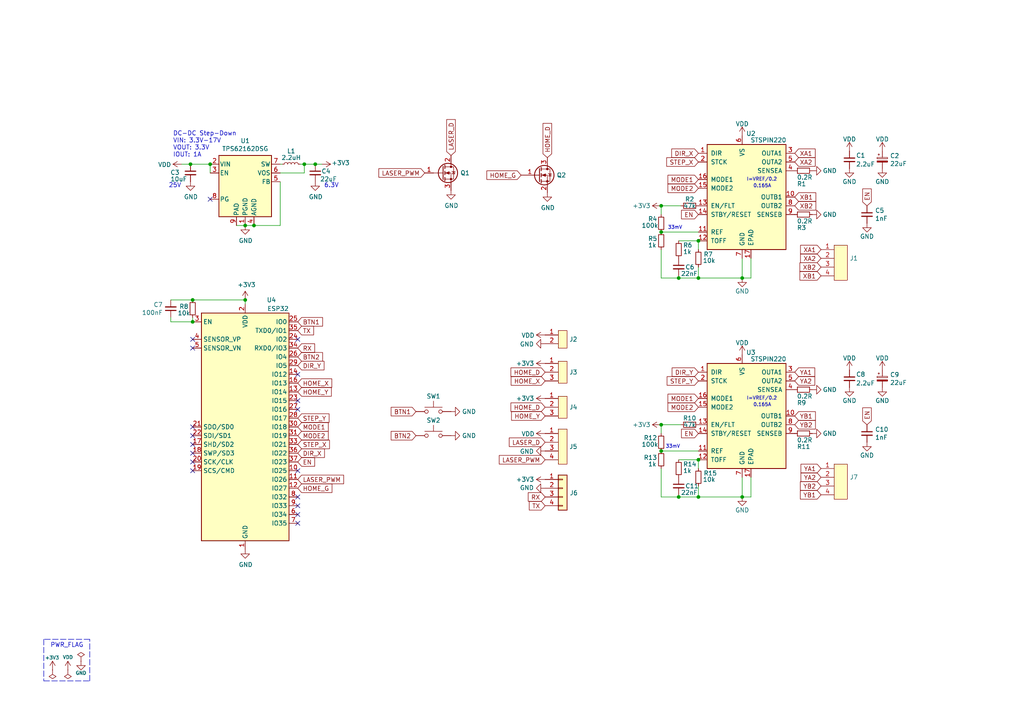
<source format=kicad_sch>
(kicad_sch (version 20211123) (generator eeschema)
  (paper "A4")
  (title_block (title "LaserProjector") (rev "REV_04") (company "StanleyProjects.com"))
  (junction (at 91.44 47.625))
  (junction (at 55.88 86.995))
  (junction (at 202.565 69.85))
  (junction (at 55.88 93.345))
  (junction (at 196.85 144.145))
  (junction (at 191.77 59.69))
  (junction (at 202.565 133.35))
  (junction (at 88.265 47.625))
  (junction (at 202.565 80.645))
  (junction (at 60.96 47.625))
  (junction (at 215.265 144.145))
  (junction (at 191.77 67.31))
  (junction (at 73.66 65.405))
  (junction (at 191.77 123.19))
  (junction (at 191.77 130.81))
  (junction (at 71.12 86.995))
  (junction (at 55.245 47.625))
  (junction (at 202.565 144.145))
  (junction (at 215.265 80.645))
  (junction (at 71.12 65.405))
  (junction (at 196.85 80.645))
  (no_connect (at 55.88 133.985))
  (no_connect (at 55.88 123.825))
  (no_connect (at 86.36 146.685))
  (no_connect (at 86.36 118.745))
  (no_connect (at 86.36 108.585))
  (no_connect (at 86.36 98.425))
  (no_connect (at 86.36 116.205))
  (no_connect (at 86.36 136.525))
  (no_connect (at 55.88 128.905))
  (no_connect (at 86.36 151.765))
  (no_connect (at 86.36 144.145))
  (no_connect (at 55.88 131.445))
  (no_connect (at 55.88 98.425))
  (no_connect (at 55.88 126.365))
  (no_connect (at 55.88 100.965))
  (no_connect (at 86.36 149.225))
  (no_connect (at 60.96 57.785))
  (no_connect (at 55.88 136.525))
  (polyline (pts (xy 12.7 185.42) (xy 12.7 197.485)))
  (wire (pts (xy 196.85 69.85) (xy 202.565 69.85)))
  (wire (pts (xy 202.565 140.97) (xy 202.565 144.145)))
  (wire (pts (xy 191.77 62.23) (xy 191.77 59.69)))
  (wire (pts (xy 81.28 47.625) (xy 81.915 47.625)))
  (wire (pts (xy 191.77 125.73) (xy 191.77 123.19)))
  (wire (pts (xy 191.77 67.31) (xy 202.565 67.31)))
  (wire (pts (xy 191.77 80.645) (xy 196.85 80.645)))
  (wire (pts (xy 55.88 86.995) (xy 71.12 86.995)))
  (wire (pts (xy 196.85 80.645) (xy 196.85 80.01)))
  (wire (pts (xy 73.66 65.405) (xy 81.28 65.405)))
  (wire (pts (xy 217.805 74.93) (xy 217.805 80.645)))
  (wire (pts (xy 88.265 47.625) (xy 91.44 47.625)))
  (polyline (pts (xy 12.7 197.485) (xy 26.035 197.485)))
  (wire (pts (xy 81.28 52.705) (xy 81.28 65.405)))
  (wire (pts (xy 202.565 144.145) (xy 196.85 144.145)))
  (wire (pts (xy 52.705 47.625) (xy 55.245 47.625)))
  (polyline (pts (xy 26.035 197.485) (xy 26.035 185.42)))
  (wire (pts (xy 217.805 144.145) (xy 215.265 144.145)))
  (wire (pts (xy 196.85 144.145) (xy 196.85 143.51)))
  (wire (pts (xy 71.12 65.405) (xy 73.66 65.405)))
  (wire (pts (xy 68.58 65.405) (xy 71.12 65.405)))
  (wire (pts (xy 202.565 135.89) (xy 202.565 133.35)))
  (wire (pts (xy 191.77 123.19) (xy 197.485 123.19)))
  (polyline (pts (xy 26.035 185.42) (xy 12.7 185.42)))
  (wire (pts (xy 60.96 50.165) (xy 60.96 47.625)))
  (wire (pts (xy 202.565 72.39) (xy 202.565 69.85)))
  (wire (pts (xy 215.265 80.645) (xy 215.265 74.93)))
  (wire (pts (xy 202.565 77.47) (xy 202.565 80.645)))
  (wire (pts (xy 191.77 130.81) (xy 202.565 130.81)))
  (wire (pts (xy 49.53 93.345) (xy 55.88 93.345)))
  (wire (pts (xy 55.245 47.625) (xy 60.96 47.625)))
  (wire (pts (xy 202.565 144.145) (xy 215.265 144.145)))
  (wire (pts (xy 191.77 59.69) (xy 197.485 59.69)))
  (wire (pts (xy 215.265 144.145) (xy 215.265 138.43)))
  (wire (pts (xy 202.565 80.645) (xy 215.265 80.645)))
  (wire (pts (xy 49.53 93.345) (xy 49.53 92.075)))
  (wire (pts (xy 81.28 50.165) (xy 88.265 50.165)))
  (wire (pts (xy 71.12 86.995) (xy 71.12 88.265)))
  (wire (pts (xy 217.805 80.645) (xy 215.265 80.645)))
  (wire (pts (xy 217.805 138.43) (xy 217.805 144.145)))
  (wire (pts (xy 191.77 72.39) (xy 191.77 80.645)))
  (wire (pts (xy 88.265 47.625) (xy 86.995 47.625)))
  (wire (pts (xy 191.77 144.145) (xy 196.85 144.145)))
  (wire (pts (xy 191.77 135.89) (xy 191.77 144.145)))
  (wire (pts (xy 88.265 50.165) (xy 88.265 47.625)))
  (wire (pts (xy 196.85 133.35) (xy 202.565 133.35)))
  (wire (pts (xy 91.44 47.625) (xy 93.345 47.625)))
  (wire (pts (xy 55.88 86.995) (xy 49.53 86.995)))
  (wire (pts (xy 55.88 92.075) (xy 55.88 93.345)))
  (wire (pts (xy 202.565 80.645) (xy 196.85 80.645)))
  (text "0.165A" (at 218.44 118.11 0) (effects (font (size 0.9906 0.9906)) (justify left bottom)))
  (text "PWR_FLAG" (at 14.605 187.96 0) (effects (font (size 1.27 1.27)) (justify left bottom)))
  (text "25V" (at 48.895 54.61 0) (effects (font (size 1.27 1.27)) (justify left bottom)))
  (text "0.165A" (at 218.44 54.61 0) (effects (font (size 0.9906 0.9906)) (justify left bottom)))
  (text "6.3V" (at 93.98 54.61 0) (effects (font (size 1.27 1.27)) (justify left bottom)))
  (text "33mV" (at 193.04 130.175 0) (effects (font (size 0.9906 0.9906)) (justify left bottom)))
  (text "I=VREF/0.2" (at 216.535 116.205 0) (effects (font (size 0.9906 0.9906)) (justify left bottom)))
  (text "I=VREF/0.2" (at 216.535 52.705 0) (effects (font (size 0.9906 0.9906)) (justify left bottom)))
  (text "33mV" (at 193.675 66.675 0) (effects (font (size 0.9906 0.9906)) (justify left bottom)))
  (text "DC-DC Step-Down\nVIN: 3.3V-17V\nVOUT: 3.3V\nIOUT: 1A" (at 50.165 45.72 0) (effects (font (size 1.27 1.27)) (justify left bottom)))
  (global_label "LASER_PWM" (shape input) (at 123.19 50.165 180) (property "Intersheet References" "${INTERSHEET_REFS}" (effects hide)))
  (global_label "HOME_X" (shape input) (at 158.115 110.49 180) (property "Intersheet References" "${INTERSHEET_REFS}" (effects hide)))
  (global_label "MODE1" (shape input) (at 86.36 123.825 0) (property "Intersheet References" "${INTERSHEET_REFS}" (effects hide)))
  (global_label "DIR_X" (shape input) (at 202.565 44.45 180) (property "Intersheet References" "${INTERSHEET_REFS}" (effects hide)))
  (global_label "XA1" (shape input) (at 230.505 44.45 0) (property "Intersheet References" "${INTERSHEET_REFS}" (effects hide)))
  (global_label "HOME_D" (shape input) (at 158.115 107.95 180) (property "Intersheet References" "${INTERSHEET_REFS}" (effects hide)))
  (global_label "YA1" (shape input) (at 230.505 107.95 0) (property "Intersheet References" "${INTERSHEET_REFS}" (effects hide)))
  (global_label "TX" (shape input) (at 86.36 95.885 0) (property "Intersheet References" "${INTERSHEET_REFS}" (effects hide)))
  (global_label "MODE2" (shape input) (at 202.565 118.11 180) (property "Intersheet References" "${INTERSHEET_REFS}" (effects hide)))
  (global_label "EN" (shape input) (at 251.46 59.69 90) (property "Intersheet References" "${INTERSHEET_REFS}" (effects hide)))
  (global_label "BTN1" (shape input) (at 120.65 119.38 180) (property "Intersheet References" "${INTERSHEET_REFS}" (effects hide)))
  (global_label "RX" (shape input) (at 158.115 144.145 180) (property "Intersheet References" "${INTERSHEET_REFS}" (effects hide)))
  (global_label "YB1" (shape input) (at 230.505 120.65 0) (property "Intersheet References" "${INTERSHEET_REFS}" (effects hide)))
  (global_label "EN" (shape input) (at 202.565 125.73 180) (property "Intersheet References" "${INTERSHEET_REFS}" (effects hide)))
  (global_label "LASER_PWM" (shape input) (at 86.36 139.065 0) (property "Intersheet References" "${INTERSHEET_REFS}" (effects hide)))
  (global_label "MODE2" (shape input) (at 202.565 54.61 180) (property "Intersheet References" "${INTERSHEET_REFS}" (effects hide)))
  (global_label "DIR_Y" (shape input) (at 86.36 106.045 0) (property "Intersheet References" "${INTERSHEET_REFS}" (effects hide)))
  (global_label "HOME_G" (shape input) (at 86.36 141.605 0) (property "Intersheet References" "${INTERSHEET_REFS}" (effects hide)))
  (global_label "EN" (shape input) (at 251.46 123.19 90) (property "Intersheet References" "${INTERSHEET_REFS}" (effects hide)))
  (global_label "MODE2" (shape input) (at 86.36 126.365 0) (property "Intersheet References" "${INTERSHEET_REFS}" (effects hide)))
  (global_label "EN" (shape input) (at 202.565 62.23 180) (property "Intersheet References" "${INTERSHEET_REFS}" (effects hide)))
  (global_label "STEP_X" (shape input) (at 202.565 46.99 180) (property "Intersheet References" "${INTERSHEET_REFS}" (effects hide)))
  (global_label "TX" (shape input) (at 158.115 146.685 180) (property "Intersheet References" "${INTERSHEET_REFS}" (effects hide)))
  (global_label "EN" (shape input) (at 86.36 133.985 0) (property "Intersheet References" "${INTERSHEET_REFS}" (effects hide)))
  (global_label "HOME_D" (shape input) (at 158.115 118.11 180) (property "Intersheet References" "${INTERSHEET_REFS}" (effects hide)))
  (global_label "YB2" (shape input) (at 238.125 140.97 180) (property "Intersheet References" "${INTERSHEET_REFS}" (effects hide)))
  (global_label "YB1" (shape input) (at 238.125 143.51 180) (property "Intersheet References" "${INTERSHEET_REFS}" (effects hide)))
  (global_label "YA2" (shape input) (at 230.505 110.49 0) (property "Intersheet References" "${INTERSHEET_REFS}" (effects hide)))
  (global_label "LASER_D" (shape input) (at 130.81 45.085 90) (property "Intersheet References" "${INTERSHEET_REFS}" (effects hide)))
  (global_label "YA1" (shape input) (at 238.125 135.89 180) (property "Intersheet References" "${INTERSHEET_REFS}" (effects hide)))
  (global_label "XA1" (shape input) (at 238.125 72.39 180) (property "Intersheet References" "${INTERSHEET_REFS}" (effects hide)))
  (global_label "LASER_PWM" (shape input) (at 158.115 133.35 180) (property "Intersheet References" "${INTERSHEET_REFS}" (effects hide)))
  (global_label "XB2" (shape input) (at 230.505 59.69 0) (property "Intersheet References" "${INTERSHEET_REFS}" (effects hide)))
  (global_label "DIR_Y" (shape input) (at 202.565 107.95 180) (property "Intersheet References" "${INTERSHEET_REFS}" (effects hide)))
  (global_label "YA2" (shape input) (at 238.125 138.43 180) (property "Intersheet References" "${INTERSHEET_REFS}" (effects hide)))
  (global_label "XB2" (shape input) (at 238.125 77.47 180) (property "Intersheet References" "${INTERSHEET_REFS}" (effects hide)))
  (global_label "XB1" (shape input) (at 230.505 57.15 0) (property "Intersheet References" "${INTERSHEET_REFS}" (effects hide)))
  (global_label "HOME_Y" (shape input) (at 86.36 113.665 0) (property "Intersheet References" "${INTERSHEET_REFS}" (effects hide)))
  (global_label "HOME_D" (shape input) (at 158.75 45.72 90) (property "Intersheet References" "${INTERSHEET_REFS}" (effects hide)))
  (global_label "STEP_X" (shape input) (at 86.36 128.905 0) (property "Intersheet References" "${INTERSHEET_REFS}" (effects hide)))
  (global_label "MODE1" (shape input) (at 202.565 115.57 180) (property "Intersheet References" "${INTERSHEET_REFS}" (effects hide)))
  (global_label "HOME_Y" (shape input) (at 158.115 120.65 180) (property "Intersheet References" "${INTERSHEET_REFS}" (effects hide)))
  (global_label "HOME_G" (shape input) (at 151.13 50.8 180) (property "Intersheet References" "${INTERSHEET_REFS}" (effects hide)))
  (global_label "XA2" (shape input) (at 238.125 74.93 180) (property "Intersheet References" "${INTERSHEET_REFS}" (effects hide)))
  (global_label "STEP_Y" (shape input) (at 202.565 110.49 180) (property "Intersheet References" "${INTERSHEET_REFS}" (effects hide)))
  (global_label "BTN1" (shape input) (at 86.36 93.345 0) (property "Intersheet References" "${INTERSHEET_REFS}" (effects hide)))
  (global_label "XB1" (shape input) (at 238.125 80.01 180) (property "Intersheet References" "${INTERSHEET_REFS}" (effects hide)))
  (global_label "RX" (shape input) (at 86.36 100.965 0) (property "Intersheet References" "${INTERSHEET_REFS}" (effects hide)))
  (global_label "HOME_X" (shape input) (at 86.36 111.125 0) (property "Intersheet References" "${INTERSHEET_REFS}" (effects hide)))
  (global_label "DIR_X" (shape input) (at 86.36 131.445 0) (property "Intersheet References" "${INTERSHEET_REFS}" (effects hide)))
  (global_label "XA2" (shape input) (at 230.505 46.99 0) (property "Intersheet References" "${INTERSHEET_REFS}" (effects hide)))
  (global_label "YB2" (shape input) (at 230.505 123.19 0) (property "Intersheet References" "${INTERSHEET_REFS}" (effects hide)))
  (global_label "MODE1" (shape input) (at 202.565 52.07 180) (property "Intersheet References" "${INTERSHEET_REFS}" (effects hide)))
  (global_label "LASER_D" (shape input) (at 158.115 128.27 180) (property "Intersheet References" "${INTERSHEET_REFS}" (effects hide)))
  (global_label "BTN2" (shape input) (at 120.65 126.365 180) (property "Intersheet References" "${INTERSHEET_REFS}" (effects hide)))
  (global_label "STEP_Y" (shape input) (at 86.36 121.285 0) (property "Intersheet References" "${INTERSHEET_REFS}" (effects hide)))
  (global_label "BTN2" (shape input) (at 86.36 103.505 0) (property "Intersheet References" "${INTERSHEET_REFS}" (effects hide)))
  (symbol (lib_id "StanleyProjects:Q_NMOS_NCE2060K") (at 128.27 50.165 0) (unit 1)
    (property "Reference" "Q1" (at 133.5024 50.165 0) (effects (justify left)))
    (property "Value" "NCE2060K" (effects hide))
    (property "Footprint" "Package_TO_SOT_SMD:TO-252-2" (effects hide))
    (property "Datasheet" "http://www.ncepower.com/Upload/MOSFET/NCE2060Kdatasheet-15115513193.pdf" (effects hide))
    (property "MPN" "NCE2060K" (effects hide))
    (property "Manufacturer" "Wuxi NCE Power Semiconductor" (effects hide))
    (property "Package" "TO-252-2L" (effects hide))
  )
  (symbol (lib_id "StanleyProjects:J_Molex-PicoBlade-4P-P1.25mm") (at 238.125 78.74 0) (unit 1)
    (property "Reference" "J1" (at 246.4562 74.9046 0) (effects (justify left)))
    (property "Value" "J_Molex-PicoBlade-4P-P1.25mm" (effects hide))
    (property "Footprint" "StanleyProjects:Molex_PicoBlade_53047-0410_1x04_P1.25mm_Vertical" (effects hide))
    (property "Datasheet" "https://www.molex.com/pdm_docs/sd/530470410_sd.pdf" (effects hide))
    (property "MPN" "0530470410" (effects hide))
    (property "Manufacturer" "Molex" (effects hide))
    (property "Package" "Through Hole, P=1.25mm" (effects hide))
  )
  (symbol (lib_id "StanleyProjects:J_JST-XH-B2B") (at 158.115 103.505 0) (unit 1)
    (property "Reference" "J2" (at 165.1 98.425 0) (effects (justify left)))
    (property "Value" "JST-XH-B2B" (effects hide))
    (property "Footprint" "Connector_JST:JST_XH_B2B-XH-A_1x02_P2.50mm_Vertical" (effects hide))
    (property "Datasheet" "http://www.jst-mfg.com/product/pdf/eng/eXH.pdf" (effects hide))
    (property "MPN" "B2B-XH-A(LF)(SN)" (effects hide))
    (property "Manufacturer" "JST Sales America" (effects hide))
    (property "Package" "Through Hole, P=2.5mm" (effects hide))
  )
  (symbol (lib_id "StanleyProjects:J_Molex-PicoBlade-3P-P1.25mm") (at 159.385 109.855 0) (unit 1)
    (property "Reference" "J3" (at 165.1 107.95 0) (effects (justify left)))
    (property "Value" "J_Molex-PicoBlade-3P-P1.25mm" (effects hide))
    (property "Footprint" "StanleyProjects:Molex_PicoBlade_53047-0310_1x03_P1.25mm_Vertical" (effects hide))
    (property "Datasheet" "https://www.molex.com/pdm_docs/sd/530470310_sd.pdf" (effects hide))
    (property "MPN" "0530470310" (effects hide))
    (property "Manufacturer" "Molex" (effects hide))
    (property "Package" "Through Hole, P=1.25mm" (effects hide))
  )
  (symbol (lib_id "power:GND") (at 158.115 99.695 270) (unit 1)
    (property "Reference" "#PWR022" (effects hide))
    (property "Value" "GND" (at 154.8638 99.822 90) (effects (justify right)))
  )
  (symbol (lib_id "power:GND") (at 130.81 55.245 0) (unit 1)
    (property "Reference" "#PWR011" (effects hide))
    (property "Value" "GND" (at 130.937 59.6392 0))
  )
  (symbol (lib_id "power:+3.3V") (at 71.12 86.995 0) (unit 1)
    (property "Reference" "#PWR018" (effects hide))
    (property "Value" "+3.3V" (at 71.501 82.6008 0))
  )
  (symbol (lib_id "power:GND") (at 71.12 159.385 0) (unit 1)
    (property "Reference" "#PWR039" (effects hide))
    (property "Value" "GND" (at 71.247 163.7792 0))
  )
  (symbol (lib_id "Connector_Generic:Conn_01x04") (at 163.195 141.605 0) (unit 1) (in_bom no)
    (property "Reference" "J6" (at 165.227 142.9766 0) (effects (justify left)))
    (property "Value" "Conn_01x04" (effects hide))
    (property "Footprint" "Connector_PinHeader_2.54mm:PinHeader_1x04_P2.54mm_Vertical" (effects hide))
  )
  (symbol (lib_id "power:+3.3V") (at 158.115 139.065 90) (unit 1)
    (property "Reference" "#PWR036" (effects hide))
    (property "Value" "+3.3V" (at 154.94 139.065 90) (effects (justify left)))
  )
  (symbol (lib_id "power:GND") (at 158.115 141.605 270) (mirror x) (unit 1)
    (property "Reference" "#PWR037" (effects hide))
    (property "Value" "GND" (at 154.8638 141.478 90) (effects (justify right)))
  )
  (symbol (lib_id "power:+3.3V") (at 15.24 194.31 0) (unit 1)
    (property "Reference" "#PWR041" (effects hide))
    (property "Value" "+3.3V" (at 15.113 190.754 0) (effects (font (size 0.9906 0.9906))))
  )
  (symbol (lib_id "power:VDD") (at 19.685 194.31 0) (unit 1)
    (property "Reference" "#PWR042" (effects hide))
    (property "Value" "VDD" (at 19.685 190.627 0) (effects (font (size 0.9906 0.9906))))
  )
  (symbol (lib_id "power:PWR_FLAG") (at 19.685 194.31 180) (unit 1)
    (property "Reference" "#FLG03" (effects hide))
    (property "Value" "PWR_FLAG" (effects hide))
  )
  (symbol (lib_id "power:PWR_FLAG") (at 23.495 191.77 0) (unit 1)
    (property "Reference" "#FLG01" (effects hide))
    (property "Value" "PWR_FLAG" (effects hide))
  )
  (symbol (lib_id "power:GND") (at 23.495 191.77 0) (unit 1)
    (property "Reference" "#PWR040" (effects hide))
    (property "Value" "GND" (at 23.495 195.199 0) (effects (font (size 0.9906 0.9906))))
  )
  (symbol (lib_id "StanleyProjects:J_Molex-PicoBlade-3P-P1.25mm") (at 159.385 120.015 0) (unit 1)
    (property "Reference" "J4" (at 165.1 118.11 0) (effects (justify left)))
    (property "Value" "J_Molex-PicoBlade-3P-P1.25mm" (effects hide))
    (property "Footprint" "StanleyProjects:Molex_PicoBlade_53047-0310_1x03_P1.25mm_Vertical" (effects hide))
    (property "Datasheet" "https://www.molex.com/pdm_docs/sd/530470310_sd.pdf" (effects hide))
    (property "MPN" "0530470310" (effects hide))
    (property "Manufacturer" "Molex" (effects hide))
    (property "Package" "Through Hole, P=1.25mm" (effects hide))
  )
  (symbol (lib_id "power:+3.3V") (at 158.115 115.57 90) (unit 1)
    (property "Reference" "#PWR030" (effects hide))
    (property "Value" "+3.3V" (at 154.94 115.57 90) (effects (justify left)))
  )
  (symbol (lib_id "StanleyProjects:J_Molex-PicoBlade-4P-P1.25mm") (at 238.125 142.24 0) (unit 1)
    (property "Reference" "J7" (at 246.4562 138.4046 0) (effects (justify left)))
    (property "Value" "J_Molex-PicoBlade-4P-P1.25mm" (effects hide))
    (property "Footprint" "StanleyProjects:Molex_PicoBlade_53047-0410_1x04_P1.25mm_Vertical" (effects hide))
    (property "Datasheet" "https://www.molex.com/pdm_docs/sd/530470410_sd.pdf" (effects hide))
    (property "MPN" "0530470410" (effects hide))
    (property "Manufacturer" "Molex" (effects hide))
    (property "Package" "Through Hole, P=1.25mm" (effects hide))
  )
  (symbol (lib_id "power:VDD") (at 158.115 97.155 90) (unit 1)
    (property "Reference" "#PWR021" (effects hide))
    (property "Value" "VDD" (at 155.067 97.282 90) (effects (justify left)))
  )
  (symbol (lib_id "power:VDD") (at 158.115 125.73 90) (unit 1)
    (property "Reference" "#PWR032" (effects hide))
    (property "Value" "VDD" (at 155.067 125.857 90) (effects (justify left)))
  )
  (symbol (lib_id "RF_Module:ESP32-WROOM-32") (at 71.12 123.825 0) (unit 1)
    (property "Reference" "U4" (at 78.74 86.995 0))
    (property "Value" "ESP32" (at 80.645 89.535 0))
    (property "Footprint" "RF_Module:ESP32-WROOM-32" (effects hide))
    (property "Datasheet" "https://www.espressif.com/sites/default/files/documentation/esp32-wroom-32_datasheet_en.pdf" (effects hide))
  )
  (symbol (lib_id "StanleyProjects:R_10k_0402") (at 55.88 89.535 0) (mirror x) (unit 1)
    (property "Reference" "R8" (at 53.34 88.9 0))
    (property "Value" "10k" (at 53.34 90.805 0))
    (property "Footprint" "Resistor_SMD:R_0402_1005Metric" (effects hide))
    (property "Datasheet" "https://datasheet.lcsc.com/szlcsc/1810241334_YAGEO-RT0402BRD0710KL_C190095.pdf" (effects hide))
    (property "MPN" "RT0402BRD0710KL" (effects hide))
    (property "Manufacturer" "YAGEO" (effects hide))
    (property "Package" "0402" (effects hide))
  )
  (symbol (lib_id "StanleyProjects:C_100nF_16V_0402") (at 49.53 89.535 0) (mirror x) (unit 1)
    (property "Reference" "C7" (at 47.2186 88.3666 0) (effects (justify right)))
    (property "Value" "100nF" (at 47.2186 90.678 0) (effects (justify right)))
    (property "Footprint" "Capacitor_SMD:C_0402_1005Metric" (effects hide))
    (property "Datasheet" "https://www.yageo.com/upload/media/product/productsearch/datasheet/mlcc/UPY-GPHC_X7R_6.3V-to-50V_18.pdf" (effects hide))
    (property "MPN" "CC0402KRX7R7BB104" (effects hide))
    (property "Manufacturer" "Yageo" (effects hide))
    (property "Package" "0402" (effects hide))
  )
  (symbol (lib_id "StanleyProjects:Q_NMOS_NTR4501NT1G") (at 156.21 50.8 0) (unit 1)
    (property "Reference" "Q2" (at 161.4424 50.8 0) (effects (justify left)))
    (property "Value" "NMOS" (effects hide))
    (property "Footprint" "Package_TO_SOT_SMD:SOT-23" (effects hide))
    (property "Datasheet" "https://datasheet.lcsc.com/szlcsc/1810301530_ON-Semicon-NTR4501NT1G_C85416.pdf" (effects hide))
    (property "MPN" "NTR4501NT1G" (effects hide))
    (property "Manufacturer" "ON Semicon" (effects hide))
    (property "Package" "SOT-23" (effects hide))
  )
  (symbol (lib_id "power:GND") (at 158.75 55.88 0) (unit 1)
    (property "Reference" "#PWR012" (effects hide))
    (property "Value" "GND" (at 158.877 60.2742 0))
  )
  (symbol (lib_id "StanleyProjects:J_JST-XH-B4B") (at 158.115 132.08 0) (unit 1)
    (property "Reference" "J5" (at 165.1 129.54 0) (effects (justify left)))
    (property "Value" "JST-XH-B4B" (effects hide))
    (property "Footprint" "Connector_JST:JST_XH_B4B-XH-A_1x04_P2.50mm_Vertical" (effects hide))
    (property "Datasheet" "https://datasheet.lcsc.com/szlcsc/1811151545_JST-Sales-America-B4B-XH-A-LF-SN_C144395.pdf" (effects hide))
    (property "MPN" "B4B-XH-A(LF)(SN)" (effects hide))
    (property "Manufacturer" "JST Sales America" (effects hide))
    (property "Package" "Through Hole, P=2.5mm" (effects hide))
  )
  (symbol (lib_id "power:GND") (at 158.115 130.81 270) (unit 1)
    (property "Reference" "#PWR035" (effects hide))
    (property "Value" "GND" (at 154.8638 130.937 90) (effects (justify right)))
  )
  (symbol (lib_id "power:+3.3V") (at 158.115 105.41 90) (unit 1)
    (property "Reference" "#PWR024" (effects hide))
    (property "Value" "+3.3V" (at 154.94 105.41 90) (effects (justify left)))
  )
  (symbol (lib_id "StanleyProjects:U_STSPIN220") (at 215.265 57.15 0) (unit 1)
    (property "Reference" "U2" (at 217.805 38.735 0))
    (property "Value" "STSPIN220" (at 222.885 40.64 0))
    (property "Footprint" "StanleyProjects:STSPIN220" (effects hide))
    (property "Datasheet" "www.st.com/resource/en/datasheet/stspin220.pdf" (effects hide))
    (property "MPN" "STSPIN220" (effects hide))
    (property "Manufacturer" "STMicroelectronics" (effects hide))
    (property "Package" "VFQFPN 3x3x1.0" (effects hide))
  )
  (symbol (lib_id "StanleyProjects:R_47k_0402") (at 200.025 59.69 270) (unit 1)
    (property "Reference" "R2" (at 200.025 57.785 90))
    (property "Value" "47k" (at 200.025 59.69 90))
    (property "Footprint" "Resistor_SMD:R_0402_1005Metric" (effects hide))
    (property "Datasheet" "https://www.mouser.dk/datasheet/2/447/PYu_RC_Group_51_RoHS_L_10-1664068.pdf" (effects hide))
    (property "MPN" "RC0402FR-0747KL" (effects hide))
    (property "Manufacturer" "Yageo" (effects hide))
    (property "Package" "0402" (effects hide))
  )
  (symbol (lib_id "StanleyProjects:R_1k_0402") (at 196.85 72.39 0) (unit 1)
    (property "Reference" "R6" (at 198.12 71.12 0) (effects (justify left)))
    (property "Value" "1k" (at 198.12 73.025 0) (effects (justify left)))
    (property "Footprint" "Resistor_SMD:R_0402_1005Metric" (effects hide))
    (property "Datasheet" "https://datasheet.lcsc.com/szlcsc/1811132311_Uniroyal-Elec-0402WGF1001TCE_C11702.pdf" (effects hide))
    (property "MPN" "0402WGF1001TCE" (effects hide))
    (property "Manufacturer" "Uniroyal Elec" (effects hide))
    (property "Package" "0402" (effects hide))
  )
  (symbol (lib_id "StanleyProjects:C_22nF_25V_0402") (at 196.85 77.47 0) (unit 1)
    (property "Reference" "C6" (at 198.755 77.47 0) (effects (justify left)))
    (property "Value" "22nF" (at 197.485 79.375 0) (effects (justify left)))
    (property "Footprint" "Capacitor_SMD:C_0402_1005Metric" (effects hide))
    (property "Datasheet" "https://datasheet.lcsc.com/lcsc/1912111437_Murata-Electronics-GRM155R71E223JA61D_C426639.pdf" (effects hide))
    (property "MPN" "GRM155R71E223JA61D" (effects hide))
    (property "Manufacturer" "Murata Electronics" (effects hide))
    (property "Package" "0402" (effects hide))
  )
  (symbol (lib_id "StanleyProjects:CP_22uF_50V_6.3x5.8mm") (at 255.905 46.355 0) (unit 1)
    (property "Reference" "C2" (at 258.1402 45.1866 0) (effects (justify left)))
    (property "Value" "22uF" (at 258.1402 47.498 0) (effects (justify left)))
    (property "Footprint" "Capacitor_SMD:CP_Elec_6.3x5.8" (effects hide))
    (property "Datasheet" "https://datasheet.lcsc.com/lcsc/1912111437_PANASONIC-EEEHBH220UAP_C401821.pdf" (effects hide))
    (property "MPN" "EEEHBH220UAP" (effects hide))
    (property "Manufacturer" "Panasonic" (effects hide))
    (property "Package" "SMD (6.3x5.8mm)" (effects hide))
  )
  (symbol (lib_id "StanleyProjects:R_100k_0402_0.1%") (at 191.77 64.77 0) (unit 1)
    (property "Reference" "R4" (at 187.96 63.5 0) (effects (justify left)))
    (property "Value" "100k" (at 186.055 65.405 0) (effects (justify left)))
    (property "Footprint" "Resistor_SMD:R_0402_1005Metric" (effects hide))
    (property "Datasheet" "https://datasheet.lcsc.com/lcsc/1810241324_YAGEO-RT0402BRE07100KL_C136979.pdf" (effects hide))
    (property "MPN" "RT0402BRE07100KL" (effects hide))
    (property "Manufacturer" "YAGEO" (effects hide))
    (property "Package" "0402" (effects hide))
  )
  (symbol (lib_id "power:GND") (at 235.585 62.23 90) (unit 1)
    (property "Reference" "#PWR014" (effects hide))
    (property "Value" "GND" (at 240.665 62.23 90))
  )
  (symbol (lib_id "power:GND") (at 215.265 80.645 0) (unit 1)
    (property "Reference" "#PWR017" (effects hide))
    (property "Value" "GND" (at 215.265 84.455 0))
  )
  (symbol (lib_id "power:VDD") (at 246.38 43.815 0) (unit 1)
    (property "Reference" "#PWR02" (effects hide))
    (property "Value" "VDD" (at 246.38 40.386 0))
  )
  (symbol (lib_id "power:GND") (at 246.38 48.895 0) (unit 1)
    (property "Reference" "#PWR06" (effects hide))
    (property "Value" "GND" (at 246.38 52.705 0))
  )
  (symbol (lib_id "power:VDD") (at 255.905 43.815 0) (unit 1)
    (property "Reference" "#PWR03" (effects hide))
    (property "Value" "VDD" (at 255.905 40.386 0))
  )
  (symbol (lib_id "power:GND") (at 255.905 48.895 0) (unit 1)
    (property "Reference" "#PWR07" (effects hide))
    (property "Value" "GND" (at 255.905 52.705 0))
  )
  (symbol (lib_id "power:VDD") (at 52.705 47.625 90) (unit 1)
    (property "Reference" "#PWR04" (effects hide))
    (property "Value" "VDD" (at 49.657 47.752 90) (effects (justify left)))
  )
  (symbol (lib_id "power:GND") (at 55.245 52.705 0) (unit 1)
    (property "Reference" "#PWR09" (effects hide))
    (property "Value" "GND" (at 55.372 57.0992 0))
  )
  (symbol (lib_id "StanleyProjects:U_TPS62162DSG") (at 71.12 55.245 0) (unit 1)
    (property "Reference" "U1" (at 71.12 40.8432 0))
    (property "Value" "TPS62162DSG" (at 71.12 43.1546 0))
    (property "Footprint" "Package_SON:WSON-8-1EP_2x2mm_P0.5mm_EP0.9x1.6mm_ThermalVias" (effects hide))
    (property "Datasheet" "https://datasheet.lcsc.com/lcsc/1806070425_Texas-Instruments-TPS62162DSGR_C40256.pdf" (effects hide))
    (property "MPN" "TPS62162DSG" (effects hide))
    (property "Package" "WSON-8 (2x2mm)" (effects hide))
    (property "Manufacturer" "Texas Instruments" (effects hide))
  )
  (symbol (lib_id "StanleyProjects:L_2.2uH_1.72A_4.0x4.0x2.0") (at 84.455 47.625 90) (unit 1)
    (property "Reference" "L1" (at 84.455 43.815 90))
    (property "Value" "2.2uH" (at 84.455 45.72 90))
    (property "Footprint" "StanleyProjects:VLCF4020" (effects hide))
    (property "Datasheet" "https://datasheet.lcsc.com/szlcsc/1810211523_TDK-VLCF4020T-2R2N1R7_C136245.pdf" (effects hide))
    (property "MPN" "VLCF4020T-2R2N1R7" (effects hide))
    (property "Manufacturer" "TDK" (effects hide))
    (property "Package" "4x4x2mm" (effects hide))
  )
  (symbol (lib_id "power:GND") (at 71.12 65.405 0) (unit 1)
    (property "Reference" "#PWR016" (effects hide))
    (property "Value" "GND" (at 71.247 69.7992 0))
  )
  (symbol (lib_id "power:GND") (at 91.44 52.705 0) (unit 1)
    (property "Reference" "#PWR010" (effects hide))
    (property "Value" "GND" (at 91.567 57.0992 0))
  )
  (symbol (lib_id "power:+3.3V") (at 93.345 47.625 270) (unit 1)
    (property "Reference" "#PWR05" (effects hide))
    (property "Value" "+3.3V" (at 96.139 47.244 90) (effects (justify left)))
  )
  (symbol (lib_id "StanleyProjects:C_10uF_25V_0805") (at 55.245 50.165 0) (unit 1)
    (property "Reference" "C3" (at 49.403 50.038 0) (effects (justify left)))
    (property "Value" "10uF" (at 49.403 51.943 0) (effects (justify left)))
    (property "Footprint" "Capacitor_SMD:C_0805_2012Metric" (effects hide))
    (property "Datasheet" "https://datasheet.lcsc.com/szlcsc/1811121310_Samsung-Electro-Mechanics-CL21A106KAYNNNE_C15850.pdf" (effects hide))
    (property "Package" "0805" (effects hide))
    (property "MPN" "CL21A106KAYNNNE" (effects hide))
    (property "Manufacturer" "Samsung Electro-Mechanics" (effects hide))
  )
  (symbol (lib_id "StanleyProjects:C_22uF_6.3V_0805") (at 91.44 50.165 0) (unit 1)
    (property "Reference" "C4" (at 93.218 49.657 0) (effects (justify left)))
    (property "Value" "22uF" (at 92.837 51.943 0) (effects (justify left)))
    (property "Footprint" "Capacitor_SMD:C_0805_2012Metric" (effects hide))
    (property "Datasheet" "https://datasheet.lcsc.com/szlcsc/1912111437_TDK-C2012X5R0J226MT000N_C329961.pdf" (effects hide))
    (property "Package" "0805" (effects hide))
    (property "MPN" "C2012X5R0J226MT000N" (effects hide))
    (property "Manufacturer" "TDK" (effects hide))
  )
  (symbol (lib_id "power:+3.3V") (at 191.77 59.69 90) (mirror x) (unit 1)
    (property "Reference" "#PWR013" (effects hide))
    (property "Value" "+3.3V" (at 186.055 59.69 90))
  )
  (symbol (lib_id "StanleyProjects:C_1nF_50V_0402") (at 251.46 62.23 0) (unit 1)
    (property "Reference" "C5" (at 253.7968 61.0616 0) (effects (justify left)))
    (property "Value" "1nF" (at 253.7968 63.373 0) (effects (justify left)))
    (property "Footprint" "Capacitor_SMD:C_0402_1005Metric" (effects hide))
    (property "Datasheet" "https://datasheet.lcsc.com/lcsc/1811081510_Murata-Electronics-GCM155R71H102KA37D_C126532.pdf" (effects hide))
    (property "MPN" "GCM155R71H102KA37D" (effects hide))
    (property "Manufacturer" "Murata Electronics" (effects hide))
    (property "Package" "0402" (effects hide))
  )
  (symbol (lib_id "StanleyProjects:R_10k_0402") (at 202.565 74.93 0) (unit 1)
    (property "Reference" "R7" (at 204.0636 73.7616 0) (effects (justify left)))
    (property "Value" "10k" (at 203.835 75.565 0) (effects (justify left)))
    (property "Footprint" "Resistor_SMD:R_0402_1005Metric" (effects hide))
    (property "Datasheet" "https://datasheet.lcsc.com/szlcsc/1810241334_YAGEO-RT0402BRD0710KL_C190095.pdf" (effects hide))
    (property "MPN" "RT0402BRD0710KL" (effects hide))
    (property "Manufacturer" "YAGEO" (effects hide))
    (property "Package" "0402" (effects hide))
  )
  (symbol (lib_id "StanleyProjects:C_2.2uF_50V_0603") (at 246.38 46.355 0) (unit 1)
    (property "Reference" "C1" (at 248.285 45.085 0) (effects (justify left)))
    (property "Value" "2.2uF" (at 248.285 47.625 0) (effects (justify left)))
    (property "Footprint" "Capacitor_SMD:C_0603_1608Metric" (effects hide))
    (property "Datasheet" "https://datasheet.lcsc.com/lcsc/1912111437_Murata-Electronics-GRM188R61H225KE11D_C162273.pdf" (effects hide))
    (property "MPN" "GRM188R61H225KE11D" (effects hide))
    (property "Manufacturer" "Murata Electronics" (effects hide))
    (property "Package" "0603" (effects hide))
  )
  (symbol (lib_id "StanleyProjects:R_0.2R_2512_1W") (at 233.045 49.53 270) (unit 1)
    (property "Reference" "R1" (at 231.14 53.34 90) (effects (justify left)))
    (property "Value" "0.2R" (at 231.14 51.435 90) (effects (justify left)))
    (property "Footprint" "Resistor_SMD:R_2512_6332Metric" (effects hide))
    (property "Datasheet" "https://datasheet.lcsc.com/lcsc/1912211104_Walsin-Tech-Corp-WW25WR200FTL_C470051.pdf" (effects hide))
    (property "MPN" "WW25WR200FTL" (effects hide))
    (property "Manufacturer" "Walsin Tech Corp" (effects hide))
    (property "Package" "2512" (effects hide))
  )
  (symbol (lib_id "StanleyProjects:R_1k_0402") (at 191.77 69.85 0) (unit 1)
    (property "Reference" "R5" (at 187.96 69.215 0) (effects (justify left)))
    (property "Value" "1k" (at 187.96 71.12 0) (effects (justify left)))
    (property "Footprint" "Resistor_SMD:R_0402_1005Metric" (effects hide))
    (property "Datasheet" "https://datasheet.lcsc.com/szlcsc/1811132311_Uniroyal-Elec-0402WGF1001TCE_C11702.pdf" (effects hide))
    (property "MPN" "0402WGF1001TCE" (effects hide))
    (property "Manufacturer" "Uniroyal Elec" (effects hide))
    (property "Package" "0402" (effects hide))
  )
  (symbol (lib_id "StanleyProjects:R_0.2R_2512_1W") (at 233.045 62.23 270) (unit 1)
    (property "Reference" "R3" (at 231.14 66.04 90) (effects (justify left)))
    (property "Value" "0.2R" (at 231.14 64.135 90) (effects (justify left)))
    (property "Footprint" "Resistor_SMD:R_2512_6332Metric" (effects hide))
    (property "Datasheet" "https://datasheet.lcsc.com/lcsc/1912211104_Walsin-Tech-Corp-WW25WR200FTL_C470051.pdf" (effects hide))
    (property "MPN" "WW25WR200FTL" (effects hide))
    (property "Manufacturer" "Walsin Tech Corp" (effects hide))
    (property "Package" "2512" (effects hide))
  )
  (symbol (lib_id "power:GND") (at 235.585 49.53 90) (unit 1)
    (property "Reference" "#PWR08" (effects hide))
    (property "Value" "GND" (at 240.665 49.53 90))
  )
  (symbol (lib_id "power:GND") (at 251.46 64.77 0) (unit 1)
    (property "Reference" "#PWR015" (effects hide))
    (property "Value" "GND" (at 251.46 68.58 0))
  )
  (symbol (lib_id "power:PWR_FLAG") (at 15.24 194.31 180) (unit 1)
    (property "Reference" "#FLG02" (effects hide))
    (property "Value" "PWR_FLAG" (effects hide))
  )
  (symbol (lib_id "power:VDD") (at 215.265 39.37 0) (unit 1)
    (property "Reference" "#PWR01" (effects hide))
    (property "Value" "VDD" (at 215.265 35.941 0))
  )
  (symbol (lib_id "StanleyProjects:SW_3.5x2.9x1.7mm_2.5N_SMD") (at 125.73 119.38 0) (unit 1)
    (property "Reference" "SW1" (at 125.73 114.935 0))
    (property "Value" "EVPAA602W" (effects hide))
    (property "Footprint" "StanleyProjects:SW_EVPAA" (effects hide))
    (property "Datasheet" "https://datasheet.lcsc.com/szlcsc/1809192044_PANASONIC-EVPAA602W_C79148.pdf" (effects hide))
    (property "MPN" "EVPAA602W" (effects hide))
    (property "Manufacturer" "Panasonic" (effects hide))
    (property "Package" "SMD" (effects hide))
  )
  (symbol (lib_id "StanleyProjects:SW_3.5x2.9x1.7mm_2.5N_SMD") (at 125.73 126.365 0) (unit 1)
    (property "Reference" "SW2" (at 125.73 121.92 0))
    (property "Value" "EVPAA602W" (effects hide))
    (property "Footprint" "StanleyProjects:SW_EVPAA" (effects hide))
    (property "Datasheet" "https://datasheet.lcsc.com/szlcsc/1809192044_PANASONIC-EVPAA602W_C79148.pdf" (effects hide))
    (property "MPN" "EVPAA602W" (effects hide))
    (property "Manufacturer" "Panasonic" (effects hide))
    (property "Package" "SMD" (effects hide))
  )
  (symbol (lib_id "power:GND") (at 130.81 119.38 90) (unit 1)
    (property "Reference" "#PWR0101" (effects hide))
    (property "Value" "GND" (at 133.985 119.38 90) (effects (justify right)))
  )
  (symbol (lib_id "power:GND") (at 130.81 126.365 90) (unit 1)
    (property "Reference" "#PWR0102" (effects hide))
    (property "Value" "GND" (at 133.985 126.365 90) (effects (justify right)))
  )
  (symbol (lib_id "StanleyProjects:R_1k_0402") (at 191.77 133.35 0) (unit 1)
    (property "Reference" "R13" (at 186.69 132.715 0) (effects (justify left)))
    (property "Value" "1k" (at 187.96 134.62 0) (effects (justify left)))
    (property "Footprint" "Resistor_SMD:R_0402_1005Metric" (effects hide))
    (property "Datasheet" "https://datasheet.lcsc.com/szlcsc/1811132311_Uniroyal-Elec-0402WGF1001TCE_C11702.pdf" (effects hide))
    (property "MPN" "0402WGF1001TCE" (effects hide))
    (property "Manufacturer" "Uniroyal Elec" (effects hide))
    (property "Package" "0402" (effects hide))
  )
  (symbol (lib_id "StanleyProjects:R_100k_0402_0.1%") (at 191.77 128.27 0) (unit 1)
    (property "Reference" "R12" (at 186.69 127 0) (effects (justify left)))
    (property "Value" "100k" (at 186.055 128.905 0) (effects (justify left)))
    (property "Footprint" "Resistor_SMD:R_0402_1005Metric" (effects hide))
    (property "Datasheet" "https://datasheet.lcsc.com/lcsc/1810241324_YAGEO-RT0402BRE07100KL_C136979.pdf" (effects hide))
    (property "MPN" "RT0402BRE07100KL" (effects hide))
    (property "Manufacturer" "YAGEO" (effects hide))
    (property "Package" "0402" (effects hide))
  )
  (symbol (lib_id "StanleyProjects:R_47k_0402") (at 200.025 123.19 270) (unit 1)
    (property "Reference" "R10" (at 200.025 121.285 90))
    (property "Value" "47k" (at 200.025 123.19 90))
    (property "Footprint" "Resistor_SMD:R_0402_1005Metric" (effects hide))
    (property "Datasheet" "https://www.mouser.dk/datasheet/2/447/PYu_RC_Group_51_RoHS_L_10-1664068.pdf" (effects hide))
    (property "MPN" "RC0402FR-0747KL" (effects hide))
    (property "Manufacturer" "Yageo" (effects hide))
    (property "Package" "0402" (effects hide))
  )
  (symbol (lib_id "StanleyProjects:R_1k_0402") (at 196.85 135.89 0) (unit 1)
    (property "Reference" "R14" (at 198.12 134.62 0) (effects (justify left)))
    (property "Value" "1k" (at 198.12 136.525 0) (effects (justify left)))
    (property "Footprint" "Resistor_SMD:R_0402_1005Metric" (effects hide))
    (property "Datasheet" "https://datasheet.lcsc.com/szlcsc/1811132311_Uniroyal-Elec-0402WGF1001TCE_C11702.pdf" (effects hide))
    (property "MPN" "0402WGF1001TCE" (effects hide))
    (property "Manufacturer" "Uniroyal Elec" (effects hide))
    (property "Package" "0402" (effects hide))
  )
  (symbol (lib_id "StanleyProjects:C_22nF_25V_0402") (at 196.85 140.97 0) (unit 1)
    (property "Reference" "C11" (at 198.755 140.97 0) (effects (justify left)))
    (property "Value" "22nF" (at 197.485 142.875 0) (effects (justify left)))
    (property "Footprint" "Capacitor_SMD:C_0402_1005Metric" (effects hide))
    (property "Datasheet" "https://datasheet.lcsc.com/lcsc/1912111437_Murata-Electronics-GRM155R71E223JA61D_C426639.pdf" (effects hide))
    (property "MPN" "GRM155R71E223JA61D" (effects hide))
    (property "Manufacturer" "Murata Electronics" (effects hide))
    (property "Package" "0402" (effects hide))
  )
  (symbol (lib_id "StanleyProjects:C_1nF_50V_0402") (at 251.46 125.73 0) (unit 1)
    (property "Reference" "C10" (at 253.7968 124.5616 0) (effects (justify left)))
    (property "Value" "1nF" (at 253.7968 126.873 0) (effects (justify left)))
    (property "Footprint" "Capacitor_SMD:C_0402_1005Metric" (effects hide))
    (property "Datasheet" "https://datasheet.lcsc.com/lcsc/1811081510_Murata-Electronics-GCM155R71H102KA37D_C126532.pdf" (effects hide))
    (property "MPN" "GCM155R71H102KA37D" (effects hide))
    (property "Manufacturer" "Murata Electronics" (effects hide))
    (property "Package" "0402" (effects hide))
  )
  (symbol (lib_id "StanleyProjects:C_2.2uF_50V_0603") (at 246.38 109.855 0) (unit 1)
    (property "Reference" "C8" (at 248.285 108.585 0) (effects (justify left)))
    (property "Value" "2.2uF" (at 248.285 111.125 0) (effects (justify left)))
    (property "Footprint" "Capacitor_SMD:C_0603_1608Metric" (effects hide))
    (property "Datasheet" "https://datasheet.lcsc.com/lcsc/1912111437_Murata-Electronics-GRM188R61H225KE11D_C162273.pdf" (effects hide))
    (property "MPN" "GRM188R61H225KE11D" (effects hide))
    (property "Manufacturer" "Murata Electronics" (effects hide))
    (property "Package" "0603" (effects hide))
  )
  (symbol (lib_id "StanleyProjects:CP_22uF_50V_6.3x5.8mm") (at 255.905 109.855 0) (unit 1)
    (property "Reference" "C9" (at 258.1402 108.6866 0) (effects (justify left)))
    (property "Value" "22uF" (at 258.1402 110.998 0) (effects (justify left)))
    (property "Footprint" "Capacitor_SMD:CP_Elec_6.3x5.8" (effects hide))
    (property "Datasheet" "https://datasheet.lcsc.com/lcsc/1912111437_PANASONIC-EEEHBH220UAP_C401821.pdf" (effects hide))
    (property "MPN" "EEEHBH220UAP" (effects hide))
    (property "Manufacturer" "Panasonic" (effects hide))
    (property "Package" "SMD (6.3x5.8mm)" (effects hide))
  )
  (symbol (lib_id "StanleyProjects:R_0.2R_2512_1W") (at 233.045 113.03 270) (unit 1)
    (property "Reference" "R9" (at 231.14 116.84 90) (effects (justify left)))
    (property "Value" "0.2R" (at 231.14 114.935 90) (effects (justify left)))
    (property "Footprint" "Resistor_SMD:R_2512_6332Metric" (effects hide))
    (property "Datasheet" "https://datasheet.lcsc.com/lcsc/1912211104_Walsin-Tech-Corp-WW25WR200FTL_C470051.pdf" (effects hide))
    (property "MPN" "WW25WR200FTL" (effects hide))
    (property "Manufacturer" "Walsin Tech Corp" (effects hide))
    (property "Package" "2512" (effects hide))
  )
  (symbol (lib_id "power:+3.3V") (at 191.77 123.19 90) (mirror x) (unit 1)
    (property "Reference" "#PWR031" (effects hide))
    (property "Value" "+3.3V" (at 186.055 123.19 90))
  )
  (symbol (lib_id "StanleyProjects:R_10k_0402") (at 202.565 138.43 0) (unit 1)
    (property "Reference" "R15" (at 204.0636 137.2616 0) (effects (justify left)))
    (property "Value" "10k" (at 203.835 139.065 0) (effects (justify left)))
    (property "Footprint" "Resistor_SMD:R_0402_1005Metric" (effects hide))
    (property "Datasheet" "https://datasheet.lcsc.com/szlcsc/1810241334_YAGEO-RT0402BRD0710KL_C190095.pdf" (effects hide))
    (property "MPN" "RT0402BRD0710KL" (effects hide))
    (property "Manufacturer" "YAGEO" (effects hide))
    (property "Package" "0402" (effects hide))
  )
  (symbol (lib_id "StanleyProjects:R_0.2R_2512_1W") (at 233.045 125.73 270) (unit 1)
    (property "Reference" "R11" (at 231.14 129.54 90) (effects (justify left)))
    (property "Value" "0.2R" (at 231.14 127.635 90) (effects (justify left)))
    (property "Footprint" "Resistor_SMD:R_2512_6332Metric" (effects hide))
    (property "Datasheet" "https://datasheet.lcsc.com/lcsc/1912211104_Walsin-Tech-Corp-WW25WR200FTL_C470051.pdf" (effects hide))
    (property "MPN" "WW25WR200FTL" (effects hide))
    (property "Manufacturer" "Walsin Tech Corp" (effects hide))
    (property "Package" "2512" (effects hide))
  )
  (symbol (lib_id "power:GND") (at 235.585 113.03 90) (unit 1)
    (property "Reference" "#PWR029" (effects hide))
    (property "Value" "GND" (at 240.665 113.03 90))
  )
  (symbol (lib_id "power:GND") (at 235.585 125.73 90) (unit 1)
    (property "Reference" "#PWR033" (effects hide))
    (property "Value" "GND" (at 240.665 125.73 90))
  )
  (symbol (lib_id "power:GND") (at 215.265 144.145 0) (unit 1)
    (property "Reference" "#PWR038" (effects hide))
    (property "Value" "GND" (at 215.265 147.955 0))
  )
  (symbol (lib_id "power:VDD") (at 246.38 107.315 0) (unit 1)
    (property "Reference" "#PWR025" (effects hide))
    (property "Value" "VDD" (at 246.38 103.886 0))
  )
  (symbol (lib_id "power:GND") (at 246.38 112.395 0) (unit 1)
    (property "Reference" "#PWR027" (effects hide))
    (property "Value" "GND" (at 246.38 116.205 0))
  )
  (symbol (lib_id "power:VDD") (at 255.905 107.315 0) (unit 1)
    (property "Reference" "#PWR026" (effects hide))
    (property "Value" "VDD" (at 255.905 103.886 0))
  )
  (symbol (lib_id "power:GND") (at 255.905 112.395 0) (unit 1)
    (property "Reference" "#PWR028" (effects hide))
    (property "Value" "GND" (at 255.905 116.205 0))
  )
  (symbol (lib_id "StanleyProjects:U_STSPIN220") (at 215.265 120.65 0) (unit 1)
    (property "Reference" "U3" (at 217.805 102.235 0))
    (property "Value" "STSPIN220" (at 222.885 104.14 0))
    (property "Footprint" "StanleyProjects:STSPIN220" (effects hide))
    (property "Datasheet" "www.st.com/resource/en/datasheet/stspin220.pdf" (effects hide))
    (property "MPN" "STSPIN220" (effects hide))
    (property "Manufacturer" "STMicroelectronics" (effects hide))
    (property "Package" "VFQFPN 3x3x1.0" (effects hide))
  )
  (symbol (lib_id "power:GND") (at 251.46 128.27 0) (unit 1)
    (property "Reference" "#PWR034" (effects hide))
    (property "Value" "GND" (at 251.46 132.08 0))
  )
  (symbol (lib_id "power:VDD") (at 215.265 102.87 0) (unit 1)
    (property "Reference" "#PWR023" (effects hide))
    (property "Value" "VDD" (at 215.265 99.441 0))
  )
)
</source>
